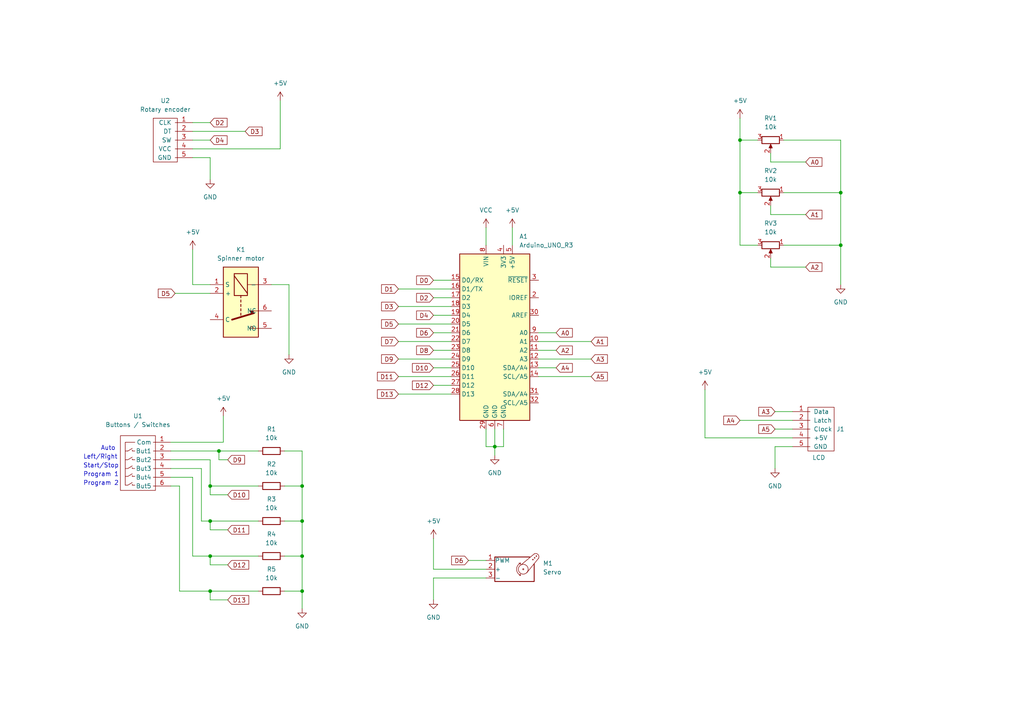
<source format=kicad_sch>
(kicad_sch (version 20211123) (generator eeschema)
  (paper "A4")
  (lib_symbols
    (symbol "Device:R" (pin_numbers hide) (pin_names (offset 0))
      (property "Reference" "R" (at 2.032 0 90))
      (property "Value" "R" (at 0 0 90))
      (symbol "R_0_1"
        (rectangle (start -1.016 -2.54) (end 1.016 2.54) (stroke (width 0.254)))
      )
      (symbol "R_1_1"
        (pin passive line (at 0 3.81 270) (length 1.27) (name "~") (number "1"))
        (pin passive line (at 0 -3.81 90) (length 1.27) (name "~") (number "2"))
      )
    )
    (symbol "Device:R_Potentiometer" (pin_names (offset 1.016) hide)
      (property "Reference" "RV" (at -4.445 0 90))
      (property "Value" "R_Potentiometer" (at -2.54 0 90))
      (symbol "R_Potentiometer_0_1"
        (polyline (pts (xy 2.54 0) (xy 1.524 0)))
        (polyline (pts (xy 1.143 0) (xy 2.286 0.508) (xy 2.286 -0.508) (xy 1.143 0)) (fill (type outline)))
        (rectangle (start 1.016 2.54) (end -1.016 -2.54) (stroke (width 0.254)))
      )
      (symbol "R_Potentiometer_1_1"
        (pin passive line (at 0 3.81 270) (length 1.27) (name "1") (number "1"))
        (pin passive line (at 3.81 0 180) (length 1.27) (name "2") (number "2"))
        (pin passive line (at 0 -3.81 90) (length 1.27) (name "3") (number "3"))
      )
    )
    (symbol "MCU_Module:Arduino_UNO_R3"
      (property "Reference" "A" (at -10.16 23.495 0))
      (property "Value" "Arduino_UNO_R3" (at 5.08 -26.67 0))
      (symbol "Arduino_UNO_R3_0_1"
        (rectangle (start -10.16 22.86) (end 10.16 -25.4) (stroke (width 0.254)) (fill (type background)))
      )
      (symbol "Arduino_UNO_R3_1_1"
        (pin no_connect line (at -10.16 -20.32 0) (length 2.54) hide (name "NC") (number "1"))
        (pin bidirectional line (at 12.7 -2.54 180) (length 2.54) (name "A1") (number "10"))
        (pin bidirectional line (at 12.7 -5.08 180) (length 2.54) (name "A2") (number "11"))
        (pin bidirectional line (at 12.7 -7.62 180) (length 2.54) (name "A3") (number "12"))
        (pin bidirectional line (at 12.7 -10.16 180) (length 2.54) (name "SDA/A4") (number "13"))
        (pin bidirectional line (at 12.7 -12.7 180) (length 2.54) (name "SCL/A5") (number "14"))
        (pin bidirectional line (at -12.7 15.24 0) (length 2.54) (name "D0/RX") (number "15"))
        (pin bidirectional line (at -12.7 12.7 0) (length 2.54) (name "D1/TX") (number "16"))
        (pin bidirectional line (at -12.7 10.16 0) (length 2.54) (name "D2") (number "17"))
        (pin bidirectional line (at -12.7 7.62 0) (length 2.54) (name "D3") (number "18"))
        (pin bidirectional line (at -12.7 5.08 0) (length 2.54) (name "D4") (number "19"))
        (pin output line (at 12.7 10.16 180) (length 2.54) (name "IOREF") (number "2"))
        (pin bidirectional line (at -12.7 2.54 0) (length 2.54) (name "D5") (number "20"))
        (pin bidirectional line (at -12.7 0 0) (length 2.54) (name "D6") (number "21"))
        (pin bidirectional line (at -12.7 -2.54 0) (length 2.54) (name "D7") (number "22"))
        (pin bidirectional line (at -12.7 -5.08 0) (length 2.54) (name "D8") (number "23"))
        (pin bidirectional line (at -12.7 -7.62 0) (length 2.54) (name "D9") (number "24"))
        (pin bidirectional line (at -12.7 -10.16 0) (length 2.54) (name "D10") (number "25"))
        (pin bidirectional line (at -12.7 -12.7 0) (length 2.54) (name "D11") (number "26"))
        (pin bidirectional line (at -12.7 -15.24 0) (length 2.54) (name "D12") (number "27"))
        (pin bidirectional line (at -12.7 -17.78 0) (length 2.54) (name "D13") (number "28"))
        (pin power_in line (at -2.54 -27.94 90) (length 2.54) (name "GND") (number "29"))
        (pin input line (at 12.7 15.24 180) (length 2.54) (name "~{RESET}") (number "3"))
        (pin input line (at 12.7 5.08 180) (length 2.54) (name "AREF") (number "30"))
        (pin bidirectional line (at 12.7 -17.78 180) (length 2.54) (name "SDA/A4") (number "31"))
        (pin bidirectional line (at 12.7 -20.32 180) (length 2.54) (name "SCL/A5") (number "32"))
        (pin power_out line (at 2.54 25.4 270) (length 2.54) (name "3V3") (number "4"))
        (pin power_out line (at 5.08 25.4 270) (length 2.54) (name "+5V") (number "5"))
        (pin power_in line (at 0 -27.94 90) (length 2.54) (name "GND") (number "6"))
        (pin power_in line (at 2.54 -27.94 90) (length 2.54) (name "GND") (number "7"))
        (pin power_in line (at -2.54 25.4 270) (length 2.54) (name "VIN") (number "8"))
        (pin bidirectional line (at 12.7 0 180) (length 2.54) (name "A0") (number "9"))
      )
    )
    (symbol "Motor:Motor_Servo" (pin_names (offset 0.0254))
      (property "Reference" "M" (at -5.08 4.445 0))
      (property "Value" "Motor_Servo" (at -5.08 -4.064 0))
      (symbol "Motor_Servo_0_1"
        (polyline (pts (xy 2.413 -1.778) (xy 2.032 -1.778)))
        (polyline (pts (xy 2.413 -1.778) (xy 2.286 -1.397)))
        (polyline (pts (xy 2.413 1.778) (xy 1.905 1.778)))
        (polyline (pts (xy 2.413 1.778) (xy 2.286 1.397)))
        (polyline (pts (xy 6.35 4.445) (xy 2.54 1.27)))
        (polyline (pts (xy 7.62 3.175) (xy 4.191 -1.016)))
        (polyline (pts (xy 5.08 3.556) (xy -5.08 3.556) (xy -5.08 -3.556) (xy 6.35 -3.556) (xy 6.35 1.524)) (stroke (width 0.254)))
        (arc (start 2.413 1.778) (mid 1.2406 0) (end 2.413 -1.778))
        (circle (center 3.175 0) (radius 0.1778))
        (circle (center 3.175 0) (radius 1.4224))
        (circle (center 5.969 2.794) (radius 0.127))
        (circle (center 6.477 3.302) (radius 0.127))
        (circle (center 6.985 3.81) (radius 0.127))
        (arc (start 7.62 3.175) (mid 7.4485 4.2735) (end 6.35 4.445))
      )
      (symbol "Motor_Servo_1_1"
        (pin passive line (at -7.62 2.54 0) (length 2.54) (name "PWM") (number "1"))
        (pin passive line (at -7.62 0 0) (length 2.54) (name "+") (number "2"))
        (pin passive line (at -7.62 -2.54 0) (length 2.54) (name "-") (number "3"))
      )
    )
    (symbol "My_Headers:5-pin_LCD" (pin_names (offset 1.016))
      (property "Reference" "J" (at 5.715 2.54 0))
      (property "Value" "5-pin_LCD" (at 7.62 -13.335 0))
      (symbol "5-pin_LCD_0_1"
        (polyline (pts (xy 4.445 1.27) (xy 12.065 1.27) (xy 12.065 -11.43) (xy 4.445 -11.43) (xy 4.445 1.27)))
      )
      (symbol "5-pin_LCD_1_1"
        (pin input line (at 0 0 0) (length 5.08) (name "Data") (number "1"))
        (pin input line (at 0 -2.54 0) (length 5.08) (name "Latch") (number "2"))
        (pin input line (at 0 -5.08 0) (length 5.08) (name "Clock") (number "3"))
        (pin power_in line (at 0 -7.62 0) (length 5.08) (name "+5V") (number "4"))
        (pin power_in line (at 0 -10.16 0) (length 5.08) (name "GND") (number "5"))
      )
    )
    (symbol "My_Headers:6-pin_5_buttons_+_common"
      (property "Reference" "U" (at 5.08 3.175 0))
      (property "Value" "6-pin_5_buttons_+_common" (at 7.62 -15.875 0))
      (symbol "6-pin_5_buttons_+_common_0_1"
        (polyline (pts (xy 11.176 -1.778) (xy 12.446 -2.54)) (stroke (width 0.1524)))
        (polyline (pts (xy 13.208 -12.446) (xy 13.208 -9.906)))
        (polyline (pts (xy 10.414 -12.446) (xy 11.176 -12.446) (xy 11.176 -12.192)) (stroke (width 0.1524)))
        (polyline (pts (xy 10.414 -9.906) (xy 11.176 -9.906) (xy 11.176 -9.652)) (stroke (width 0.1524)))
        (polyline (pts (xy 10.414 -7.62) (xy 11.176 -7.62) (xy 11.176 -7.366)) (stroke (width 0.1524)))
        (polyline (pts (xy 10.414 -5.08) (xy 11.176 -5.08) (xy 11.176 -4.826)) (stroke (width 0.1524)))
        (polyline (pts (xy 10.414 -2.54) (xy 11.176 -2.54) (xy 11.176 -2.286)) (stroke (width 0.1524)))
        (polyline (pts (xy 11.176 -6.858) (xy 12.446 -7.62) (xy 13.208 -7.62)) (stroke (width 0.1524)))
        (polyline (pts (xy 12.446 -2.54) (xy 13.208 -2.54) (xy 13.208 -9.906)) (stroke (width 0.1524)))
        (polyline (pts (xy 13.208 -12.446) (xy 12.446 -12.446) (xy 11.176 -11.684)) (stroke (width 0.1524)))
        (polyline (pts (xy 13.208 -9.906) (xy 12.446 -9.906) (xy 11.176 -9.144)) (stroke (width 0.1524)))
        (polyline (pts (xy 13.208 -5.08) (xy 12.446 -5.08) (xy 11.176 -4.318)) (stroke (width 0.1524)))
        (polyline (pts (xy 13.208 -2.54) (xy 13.208 0) (xy 10.414 0)) (stroke (width 0.1524)))
        (polyline (pts (xy 4.445 -13.97) (xy 4.445 1.905) (xy 14.605 1.905) (xy 14.605 -13.97) (xy 4.445 -13.97)))
      )
      (symbol "6-pin_5_buttons_+_common_1_1"
        (pin input line (at 0 0 0) (length 5.08) (name "Com") (number "1"))
        (pin output line (at 0 -2.54 0) (length 5.08) (name "But1") (number "2"))
        (pin output line (at 0 -5.08 0) (length 5.08) (name "But2") (number "3"))
        (pin output line (at 0 -7.62 0) (length 5.08) (name "But3") (number "4"))
        (pin output line (at 0 -10.16 0) (length 5.08) (name "But4") (number "5"))
        (pin output line (at 0 -12.7 0) (length 5.08) (name "But5") (number "6"))
      )
    )
    (symbol "My_Parts:KY-019_relay_module"
      (property "Reference" "K" (at 4.445 6.35 0))
      (property "Value" "KY-019_relay_module" (at -2.54 -17.145 0))
      (symbol "KY-019_relay_module_0_0"
        (polyline (pts (xy 13.97 -12.7) (xy 11.43 -12.7) (xy 12.065 -12.065) (xy 12.7 -12.7)))
      )
      (symbol "KY-019_relay_module_0_1"
        (polyline (pts (xy 6.35 -10.16) (xy 12.7 -8.255)) (stroke (width 0.508)))
        (polyline (pts (xy 6.985 2.54) (xy 10.795 -2.54)) (stroke (width 0.254)))
        (polyline (pts (xy 8.89 -8.255) (xy 8.89 -8.89)) (stroke (width 0.254)))
        (polyline (pts (xy 8.89 -6.985) (xy 8.89 -7.62)) (stroke (width 0.254)))
        (polyline (pts (xy 8.89 -5.715) (xy 8.89 -6.35)) (stroke (width 0.254)))
        (polyline (pts (xy 8.89 -4.445) (xy 8.89 -5.08)) (stroke (width 0.254)))
        (polyline (pts (xy 8.89 -3.175) (xy 8.89 -3.81)) (stroke (width 0.254)))
        (polyline (pts (xy 13.97 0) (xy 10.795 0)))
        (polyline (pts (xy 13.97 -7.62) (xy 11.43 -7.62) (xy 12.065 -8.255) (xy 12.7 -7.62)) (fill (type outline)))
        (rectangle (start 10.795 3.175) (end 6.985 -3.175) (stroke (width 0.254)))
        (rectangle (start 13.97 5.08) (end 3.81 -15.24) (stroke (width 0.254)) (fill (type background)))
      )
      (symbol "KY-019_relay_module_1_1"
        (pin input line (at 0 0 0) (length 3.81) (name "S") (number "1"))
        (pin power_in line (at 0 -2.54 0) (length 3.81) (name "+") (number "2"))
        (pin power_in line (at 17.78 0 180) (length 3.81) (name "-") (number "3"))
        (pin passive line (at 0 -10.16 0) (length 3.81) (name "C") (number "4"))
        (pin passive line (at 17.78 -12.7 180) (length 3.81) (name "NO") (number "5"))
        (pin passive line (at 17.78 -7.62 180) (length 3.81) (name "NC") (number "6"))
      )
    )
    (symbol "My_Parts:KY-040_Rotary_Encoder" (pin_names (offset 1.016))
      (property "Reference" "U" (at 0.635 2.54 0))
      (property "Value" "KY-040_Rotary_Encoder" (at 2.54 -13.335 0))
      (symbol "KY-040_Rotary_Encoder_0_1"
        (rectangle (start -0.635 -11.43) (end 6.35 1.27))
      )
      (symbol "KY-040_Rotary_Encoder_1_1"
        (pin output line (at -5.08 0 0) (length 5.08) (name "CLK") (number "1"))
        (pin output line (at -5.08 -2.54 0) (length 5.08) (name "DT") (number "2"))
        (pin output line (at -5.08 -5.08 0) (length 5.08) (name "SW") (number "3"))
        (pin power_in line (at -5.08 -7.62 0) (length 5.08) (name "VCC") (number "4"))
        (pin power_in line (at -5.08 -10.16 0) (length 5.08) (name "GND") (number "5"))
      )
    )
    (symbol "power:+5V" (power) (pin_names (offset 0))
      (property "Value" "+5V" (at 0 3.556 0))
      (symbol "+5V_0_1"
        (polyline (pts (xy -0.762 1.27) (xy 0 2.54)))
        (polyline (pts (xy 0 0) (xy 0 2.54)))
        (polyline (pts (xy 0 2.54) (xy 0.762 1.27)))
      )
      (symbol "+5V_1_1"
        (pin power_in line (at 0 0 90) (length 0) hide (name "+5V") (number "1"))
      )
    )
    (symbol "power:GND" (power) (pin_names (offset 0))
      (property "Value" "GND" (at 0 -3.81 0))
      (symbol "GND_0_1"
        (polyline (pts (xy 0 0) (xy 0 -1.27) (xy 1.27 -1.27) (xy 0 -2.54) (xy -1.27 -1.27) (xy 0 -1.27)))
      )
      (symbol "GND_1_1"
        (pin power_in line (at 0 0 270) (length 0) hide (name "GND") (number "1"))
      )
    )
    (symbol "power:VCC" (power) (pin_names (offset 0))
      (property "Value" "VCC" (at 0 3.81 0))
      (symbol "VCC_0_1"
        (polyline (pts (xy -0.762 1.27) (xy 0 2.54)))
        (polyline (pts (xy 0 0) (xy 0 2.54)))
        (polyline (pts (xy 0 2.54) (xy 0.762 1.27)))
      )
      (symbol "VCC_1_1"
        (pin power_in line (at 0 0 90) (length 0) hide (name "VCC") (number "1"))
      )
    )
  )
  (junction (at 87.63 171.45))
  (junction (at 87.63 140.97))
  (junction (at 214.63 40.64))
  (junction (at 214.63 55.88))
  (junction (at 60.96 171.45))
  (junction (at 60.96 140.97))
  (junction (at 60.96 161.29))
  (junction (at 87.63 151.13))
  (junction (at 243.84 71.12))
  (junction (at 63.5 130.81))
  (junction (at 243.84 55.88))
  (junction (at 60.96 151.13))
  (junction (at 87.63 161.29))
  (junction (at 143.51 129.54))
  (wire (pts (xy 125.73 101.6) (xy 130.81 101.6)))
  (wire (pts (xy 87.63 151.13) (xy 87.63 140.97)))
  (wire (pts (xy 60.96 171.45) (xy 74.93 171.45)))
  (wire (pts (xy 87.63 161.29) (xy 87.63 151.13)))
  (wire (pts (xy 243.84 55.88) (xy 243.84 40.64)))
  (wire (pts (xy 243.84 40.64) (xy 227.33 40.64)))
  (wire (pts (xy 58.42 135.89) (xy 58.42 151.13)))
  (wire (pts (xy 140.97 129.54) (xy 143.51 129.54)))
  (wire (pts (xy 156.21 101.6) (xy 161.29 101.6)))
  (wire (pts (xy 115.57 109.22) (xy 130.81 109.22)))
  (wire (pts (xy 64.77 128.27) (xy 64.77 120.65)))
  (wire (pts (xy 125.73 81.28) (xy 130.81 81.28)))
  (wire (pts (xy 219.71 71.12) (xy 214.63 71.12)))
  (wire (pts (xy 223.52 46.99) (xy 223.52 44.45)))
  (wire (pts (xy 140.97 167.64) (xy 125.73 167.64)))
  (wire (pts (xy 66.04 173.99) (xy 60.96 173.99)))
  (wire (pts (xy 115.57 114.3) (xy 130.81 114.3)))
  (wire (pts (xy 143.51 129.54) (xy 143.51 132.08)))
  (wire (pts (xy 125.73 165.1) (xy 125.73 156.21)))
  (wire (pts (xy 223.52 74.93) (xy 223.52 77.47)))
  (wire (pts (xy 115.57 83.82) (xy 130.81 83.82)))
  (wire (pts (xy 52.07 171.45) (xy 60.96 171.45)))
  (wire (pts (xy 60.96 143.51) (xy 66.04 143.51)))
  (wire (pts (xy 115.57 93.98) (xy 130.81 93.98)))
  (wire (pts (xy 55.88 43.18) (xy 81.28 43.18)))
  (wire (pts (xy 60.96 171.45) (xy 60.96 173.99)))
  (wire (pts (xy 60.96 151.13) (xy 60.96 153.67)))
  (wire (pts (xy 49.53 140.97) (xy 52.07 140.97)))
  (wire (pts (xy 140.97 124.46) (xy 140.97 129.54)))
  (wire (pts (xy 156.21 104.14) (xy 171.45 104.14)))
  (wire (pts (xy 87.63 171.45) (xy 87.63 161.29)))
  (wire (pts (xy 125.73 86.36) (xy 130.81 86.36)))
  (wire (pts (xy 219.71 55.88) (xy 214.63 55.88)))
  (wire (pts (xy 156.21 99.06) (xy 171.45 99.06)))
  (wire (pts (xy 60.96 163.83) (xy 66.04 163.83)))
  (wire (pts (xy 156.21 96.52) (xy 161.29 96.52)))
  (wire (pts (xy 148.59 66.04) (xy 148.59 71.12)))
  (wire (pts (xy 82.55 140.97) (xy 87.63 140.97)))
  (wire (pts (xy 135.89 162.56) (xy 140.97 162.56)))
  (wire (pts (xy 55.88 40.64) (xy 60.96 40.64)))
  (wire (pts (xy 49.53 128.27) (xy 64.77 128.27)))
  (wire (pts (xy 60.96 140.97) (xy 60.96 143.51)))
  (wire (pts (xy 223.52 59.69) (xy 223.52 62.23)))
  (wire (pts (xy 125.73 111.76) (xy 130.81 111.76)))
  (wire (pts (xy 82.55 161.29) (xy 87.63 161.29)))
  (wire (pts (xy 227.33 55.88) (xy 243.84 55.88)))
  (wire (pts (xy 223.52 77.47) (xy 233.68 77.47)))
  (wire (pts (xy 143.51 129.54) (xy 146.05 129.54)))
  (wire (pts (xy 156.21 109.22) (xy 171.45 109.22)))
  (wire (pts (xy 125.73 167.64) (xy 125.73 173.99)))
  (wire (pts (xy 140.97 165.1) (xy 125.73 165.1)))
  (wire (pts (xy 87.63 176.53) (xy 87.63 171.45)))
  (wire (pts (xy 63.5 130.81) (xy 63.5 133.35)))
  (wire (pts (xy 60.96 133.35) (xy 60.96 140.97)))
  (wire (pts (xy 55.88 82.55) (xy 55.88 72.39)))
  (wire (pts (xy 224.79 119.38) (xy 229.87 119.38)))
  (wire (pts (xy 227.33 71.12) (xy 243.84 71.12)))
  (wire (pts (xy 50.8 85.09) (xy 60.96 85.09)))
  (wire (pts (xy 115.57 99.06) (xy 130.81 99.06)))
  (wire (pts (xy 243.84 71.12) (xy 243.84 55.88)))
  (wire (pts (xy 60.96 82.55) (xy 55.88 82.55)))
  (wire (pts (xy 55.88 35.56) (xy 60.96 35.56)))
  (wire (pts (xy 83.82 82.55) (xy 83.82 102.87)))
  (wire (pts (xy 58.42 151.13) (xy 60.96 151.13)))
  (wire (pts (xy 52.07 140.97) (xy 52.07 171.45)))
  (wire (pts (xy 156.21 106.68) (xy 161.29 106.68)))
  (wire (pts (xy 224.79 129.54) (xy 224.79 135.89)))
  (wire (pts (xy 233.68 46.99) (xy 223.52 46.99)))
  (wire (pts (xy 55.88 38.1) (xy 71.12 38.1)))
  (wire (pts (xy 81.28 43.18) (xy 81.28 29.21)))
  (wire (pts (xy 55.88 138.43) (xy 49.53 138.43)))
  (wire (pts (xy 60.96 161.29) (xy 60.96 163.83)))
  (wire (pts (xy 204.47 127) (xy 229.87 127)))
  (wire (pts (xy 140.97 66.04) (xy 140.97 71.12)))
  (wire (pts (xy 143.51 124.46) (xy 143.51 129.54)))
  (wire (pts (xy 214.63 71.12) (xy 214.63 55.88)))
  (wire (pts (xy 125.73 106.68) (xy 130.81 106.68)))
  (wire (pts (xy 60.96 161.29) (xy 55.88 161.29)))
  (wire (pts (xy 74.93 161.29) (xy 60.96 161.29)))
  (wire (pts (xy 223.52 62.23) (xy 233.68 62.23)))
  (wire (pts (xy 49.53 130.81) (xy 63.5 130.81)))
  (wire (pts (xy 82.55 151.13) (xy 87.63 151.13)))
  (wire (pts (xy 66.04 133.35) (xy 63.5 133.35)))
  (wire (pts (xy 74.93 151.13) (xy 60.96 151.13)))
  (wire (pts (xy 204.47 113.03) (xy 204.47 127)))
  (wire (pts (xy 125.73 91.44) (xy 130.81 91.44)))
  (wire (pts (xy 74.93 140.97) (xy 60.96 140.97)))
  (wire (pts (xy 229.87 129.54) (xy 224.79 129.54)))
  (wire (pts (xy 224.79 124.46) (xy 229.87 124.46)))
  (wire (pts (xy 115.57 104.14) (xy 130.81 104.14)))
  (wire (pts (xy 55.88 161.29) (xy 55.88 138.43)))
  (wire (pts (xy 214.63 40.64) (xy 214.63 55.88)))
  (wire (pts (xy 49.53 135.89) (xy 58.42 135.89)))
  (wire (pts (xy 214.63 121.92) (xy 229.87 121.92)))
  (wire (pts (xy 60.96 45.72) (xy 55.88 45.72)))
  (wire (pts (xy 87.63 140.97) (xy 87.63 130.81)))
  (wire (pts (xy 243.84 82.55) (xy 243.84 71.12)))
  (wire (pts (xy 82.55 171.45) (xy 87.63 171.45)))
  (wire (pts (xy 78.74 82.55) (xy 83.82 82.55)))
  (wire (pts (xy 214.63 34.29) (xy 214.63 40.64)))
  (wire (pts (xy 87.63 130.81) (xy 82.55 130.81)))
  (wire (pts (xy 125.73 96.52) (xy 130.81 96.52)))
  (wire (pts (xy 115.57 88.9) (xy 130.81 88.9)))
  (wire (pts (xy 63.5 130.81) (xy 74.93 130.81)))
  (wire (pts (xy 60.96 52.07) (xy 60.96 45.72)))
  (wire (pts (xy 49.53 133.35) (xy 60.96 133.35)))
  (wire (pts (xy 146.05 129.54) (xy 146.05 124.46)))
  (wire (pts (xy 66.04 153.67) (xy 60.96 153.67)))
  (wire (pts (xy 214.63 40.64) (xy 219.71 40.64)))
  (text "Auto" (at 29.21 130.81 0) (effects (font (size 1.27 1.27)) (justify left bottom)))
  (text "Start/Stop" (at 24.13 135.89 0) (effects (font (size 1.27 1.27)) (justify left bottom)))
  (text "Program 2" (at 24.13 140.97 0) (effects (font (size 1.27 1.27)) (justify left bottom)))
  (text "Left/Right" (at 24.13 133.35 0) (effects (font (size 1.27 1.27)) (justify left bottom)))
  (text "Program 1" (at 24.13 138.43 0) (effects (font (size 1.27 1.27)) (justify left bottom)))
  (global_label "A0" (shape input) (at 233.68 46.99 0) (property "Intersheet References" "${INTERSHEET_REFS}" (effects hide)))
  (global_label "A2" (shape input) (at 233.68 77.47 0) (property "Intersheet References" "${INTERSHEET_REFS}" (effects hide)))
  (global_label "D2" (shape input) (at 125.73 86.36 180) (property "Intersheet References" "${INTERSHEET_REFS}" (effects hide)))
  (global_label "D13" (shape input) (at 66.04 173.99 0) (property "Intersheet References" "${INTERSHEET_REFS}" (effects hide)))
  (global_label "D5" (shape input) (at 50.8 85.09 180) (property "Intersheet References" "${INTERSHEET_REFS}" (effects hide)))
  (global_label "D1" (shape input) (at 115.57 83.82 180) (property "Intersheet References" "${INTERSHEET_REFS}" (effects hide)))
  (global_label "A4" (shape input) (at 161.29 106.68 0) (property "Intersheet References" "${INTERSHEET_REFS}" (effects hide)))
  (global_label "D6" (shape input) (at 135.89 162.56 180) (property "Intersheet References" "${INTERSHEET_REFS}" (effects hide)))
  (global_label "D10" (shape input) (at 125.73 106.68 180) (property "Intersheet References" "${INTERSHEET_REFS}" (effects hide)))
  (global_label "D10" (shape input) (at 66.04 143.51 0) (property "Intersheet References" "${INTERSHEET_REFS}" (effects hide)))
  (global_label "D3" (shape input) (at 115.57 88.9 180) (property "Intersheet References" "${INTERSHEET_REFS}" (effects hide)))
  (global_label "A4" (shape input) (at 214.63 121.92 180) (property "Intersheet References" "${INTERSHEET_REFS}" (effects hide)))
  (global_label "D9" (shape input) (at 115.57 104.14 180) (property "Intersheet References" "${INTERSHEET_REFS}" (effects hide)))
  (global_label "D4" (shape input) (at 125.73 91.44 180) (property "Intersheet References" "${INTERSHEET_REFS}" (effects hide)))
  (global_label "D6" (shape input) (at 125.73 96.52 180) (property "Intersheet References" "${INTERSHEET_REFS}" (effects hide)))
  (global_label "D13" (shape input) (at 115.57 114.3 180) (property "Intersheet References" "${INTERSHEET_REFS}" (effects hide)))
  (global_label "A3" (shape input) (at 171.45 104.14 0) (property "Intersheet References" "${INTERSHEET_REFS}" (effects hide)))
  (global_label "A5" (shape input) (at 171.45 109.22 0) (property "Intersheet References" "${INTERSHEET_REFS}" (effects hide)))
  (global_label "D9" (shape input) (at 66.04 133.35 0) (property "Intersheet References" "${INTERSHEET_REFS}" (effects hide)))
  (global_label "A2" (shape input) (at 161.29 101.6 0) (property "Intersheet References" "${INTERSHEET_REFS}" (effects hide)))
  (global_label "D5" (shape input) (at 115.57 93.98 180) (property "Intersheet References" "${INTERSHEET_REFS}" (effects hide)))
  (global_label "D12" (shape input) (at 66.04 163.83 0) (property "Intersheet References" "${INTERSHEET_REFS}" (effects hide)))
  (global_label "A3" (shape input) (at 224.79 119.38 180) (property "Intersheet References" "${INTERSHEET_REFS}" (effects hide)))
  (global_label "D8" (shape input) (at 125.73 101.6 180) (property "Intersheet References" "${INTERSHEET_REFS}" (effects hide)))
  (global_label "D2" (shape input) (at 60.96 35.56 0) (property "Intersheet References" "${INTERSHEET_REFS}" (effects hide)))
  (global_label "D11" (shape input) (at 115.57 109.22 180) (property "Intersheet References" "${INTERSHEET_REFS}" (effects hide)))
  (global_label "A1" (shape input) (at 233.68 62.23 0) (property "Intersheet References" "${INTERSHEET_REFS}" (effects hide)))
  (global_label "D12" (shape input) (at 125.73 111.76 180) (property "Intersheet References" "${INTERSHEET_REFS}" (effects hide)))
  (global_label "D7" (shape input) (at 115.57 99.06 180) (property "Intersheet References" "${INTERSHEET_REFS}" (effects hide)))
  (global_label "D4" (shape input) (at 60.96 40.64 0) (property "Intersheet References" "${INTERSHEET_REFS}" (effects hide)))
  (global_label "D3" (shape input) (at 71.12 38.1 0) (property "Intersheet References" "${INTERSHEET_REFS}" (effects hide)))
  (global_label "A1" (shape input) (at 171.45 99.06 0) (property "Intersheet References" "${INTERSHEET_REFS}" (effects hide)))
  (global_label "D11" (shape input) (at 66.04 153.67 0) (property "Intersheet References" "${INTERSHEET_REFS}" (effects hide)))
  (global_label "D0" (shape input) (at 125.73 81.28 180) (property "Intersheet References" "${INTERSHEET_REFS}" (effects hide)))
  (global_label "A0" (shape input) (at 161.29 96.52 0) (property "Intersheet References" "${INTERSHEET_REFS}" (effects hide)))
  (global_label "A5" (shape input) (at 224.79 124.46 180) (property "Intersheet References" "${INTERSHEET_REFS}" (effects hide)))
  (symbol (lib_id "power:GND") (at 143.51 132.08 0) (unit 1)
    (property "Reference" "#PWR0101" (effects hide))
    (property "Value" "GND" (at 143.51 137.16 0))
  )
  (symbol (lib_id "My_Parts:KY-019_relay_module") (at 60.96 82.55 0) (unit 1)
    (property "Reference" "K1" (at 69.85 72.39 0))
    (property "Value" "Spinner motor" (at 69.85 74.93 0))
    (property "Footprint" "My_Headers:3-pin JST KY-019 relay" (effects hide))
  )
  (symbol (lib_id "My_Headers:6-pin_5_buttons_+_common") (at 49.53 128.27 0) (mirror y) (unit 1)
    (property "Reference" "U1" (at 40.005 120.65 0))
    (property "Value" "Buttons / Switches" (at 40.005 123.19 0))
    (property "Footprint" "My_Headers:6-pin JST 5-buttons" (effects hide))
  )
  (symbol (lib_id "power:+5V") (at 214.63 34.29 0) (unit 1)
    (property "Reference" "#PWR0112" (effects hide))
    (property "Value" "+5V" (at 214.63 29.21 0))
  )
  (symbol (lib_id "Device:R") (at 78.74 130.81 90) (unit 1)
    (property "Reference" "R1" (at 78.74 124.46 90))
    (property "Value" "10k" (at 78.74 127 90))
    (property "Footprint" "My_Misc:R_Axial_DIN0207_L6.3mm_D2.5mm_P10.16mm_Horizontal_larger_pads" (effects hide))
  )
  (symbol (lib_id "Device:R") (at 78.74 151.13 90) (unit 1)
    (property "Reference" "R3" (at 78.74 144.78 90))
    (property "Value" "10k" (at 78.74 147.32 90))
    (property "Footprint" "My_Misc:R_Axial_DIN0207_L6.3mm_D2.5mm_P10.16mm_Horizontal_larger_pads" (effects hide))
  )
  (symbol (lib_id "Device:R") (at 78.74 171.45 90) (unit 1)
    (property "Reference" "R5" (at 78.74 165.1 90))
    (property "Value" "10k" (at 78.74 167.64 90))
    (property "Footprint" "My_Misc:R_Axial_DIN0207_L6.3mm_D2.5mm_P10.16mm_Horizontal_larger_pads" (effects hide))
  )
  (symbol (lib_id "power:+5V") (at 55.88 72.39 0) (unit 1)
    (property "Reference" "#PWR0102" (effects hide))
    (property "Value" "+5V" (at 55.88 67.31 0))
  )
  (symbol (lib_id "power:VCC") (at 140.97 66.04 0) (unit 1)
    (property "Reference" "#PWR0110" (effects hide))
    (property "Value" "VCC" (at 140.97 60.96 0))
  )
  (symbol (lib_id "power:GND") (at 60.96 52.07 0) (unit 1)
    (property "Reference" "#PWR0103" (effects hide))
    (property "Value" "GND" (at 60.96 57.15 0))
  )
  (symbol (lib_id "My_Headers:5-pin_LCD") (at 229.87 119.38 0) (unit 1)
    (property "Reference" "J1" (at 242.57 124.4599 0) (effects (justify left)))
    (property "Value" "LCD" (at 237.49 132.715 0))
    (property "Footprint" "My_Headers:5-pin JST LCD" (effects hide))
  )
  (symbol (lib_id "MCU_Module:Arduino_UNO_R3") (at 143.51 96.52 0) (unit 1)
    (property "Reference" "A1" (at 150.6094 68.58 0) (effects (justify left)))
    (property "Value" "Arduino_UNO_R3" (at 150.6094 71.12 0) (effects (justify left)))
    (property "Footprint" "My_Arduino:Arduino_UNO_R3_shield_large" (effects hide))
    (property "Datasheet" "https://www.arduino.cc/en/Main/arduinoBoardUno" (effects hide))
  )
  (symbol (lib_id "power:+5V") (at 81.28 29.21 0) (unit 1)
    (property "Reference" "#PWR0104" (effects hide))
    (property "Value" "+5V" (at 81.28 24.13 0))
  )
  (symbol (lib_id "Device:R") (at 78.74 161.29 90) (unit 1)
    (property "Reference" "R4" (at 78.74 154.94 90))
    (property "Value" "10k" (at 78.74 157.48 90))
    (property "Footprint" "My_Misc:R_Axial_DIN0207_L6.3mm_D2.5mm_P10.16mm_Horizontal_larger_pads" (effects hide))
  )
  (symbol (lib_id "Motor:Motor_Servo") (at 148.59 165.1 0) (unit 1)
    (property "Reference" "M1" (at 157.48 163.3965 0) (effects (justify left)))
    (property "Value" "Servo" (at 157.48 165.9365 0) (effects (justify left)))
    (property "Footprint" "My_Headers:3-pin JST Servo" (effects hide))
    (property "Datasheet" "http://forums.parallax.com/uploads/attachments/46831/74481.png" (effects hide))
  )
  (symbol (lib_id "power:GND") (at 243.84 82.55 0) (unit 1)
    (property "Reference" "#PWR0113" (effects hide))
    (property "Value" "GND" (at 243.84 87.63 0))
  )
  (symbol (lib_id "Device:R_Potentiometer") (at 223.52 55.88 270) (unit 1)
    (property "Reference" "RV2" (at 223.52 49.53 90))
    (property "Value" "10k" (at 223.52 52.07 90))
    (property "Footprint" "My_Headers:3-pin JST Potentiometer" (effects hide))
  )
  (symbol (lib_id "Device:R_Potentiometer") (at 223.52 71.12 270) (unit 1)
    (property "Reference" "RV3" (at 223.52 64.77 90))
    (property "Value" "10k" (at 223.52 67.31 90))
    (property "Footprint" "My_Headers:3-pin JST Potentiometer" (effects hide))
  )
  (symbol (lib_id "power:+5V") (at 125.73 156.21 0) (unit 1)
    (property "Reference" "#PWR0107" (effects hide))
    (property "Value" "+5V" (at 125.73 151.13 0))
  )
  (symbol (lib_id "power:+5V") (at 148.59 66.04 0) (unit 1)
    (property "Reference" "#PWR0111" (effects hide))
    (property "Value" "+5V" (at 148.59 60.96 0))
  )
  (symbol (lib_id "power:GND") (at 87.63 176.53 0) (unit 1)
    (property "Reference" "#PWR0109" (effects hide))
    (property "Value" "GND" (at 87.63 181.61 0))
  )
  (symbol (lib_id "power:GND") (at 125.73 173.99 0) (unit 1)
    (property "Reference" "#PWR0108" (effects hide))
    (property "Value" "GND" (at 125.73 179.07 0))
  )
  (symbol (lib_id "Device:R") (at 78.74 140.97 90) (unit 1)
    (property "Reference" "R2" (at 78.74 134.62 90))
    (property "Value" "10k" (at 78.74 137.16 90))
    (property "Footprint" "My_Misc:R_Axial_DIN0207_L6.3mm_D2.5mm_P10.16mm_Horizontal_larger_pads" (effects hide))
  )
  (symbol (lib_id "power:GND") (at 83.82 102.87 0) (unit 1)
    (property "Reference" "#PWR0105" (effects hide))
    (property "Value" "GND" (at 83.82 107.95 0))
  )
  (symbol (lib_id "power:GND") (at 224.79 135.89 0) (unit 1)
    (property "Reference" "#PWR0114" (effects hide))
    (property "Value" "GND" (at 224.79 140.97 0))
  )
  (symbol (lib_id "Device:R_Potentiometer") (at 223.52 40.64 270) (unit 1)
    (property "Reference" "RV1" (at 223.52 34.29 90))
    (property "Value" "10k" (at 223.52 36.83 90))
    (property "Footprint" "My_Headers:3-pin JST Potentiometer" (effects hide))
  )
  (symbol (lib_id "power:+5V") (at 204.47 113.03 0) (unit 1)
    (property "Reference" "#PWR0115" (effects hide))
    (property "Value" "+5V" (at 204.47 107.95 0))
  )
  (symbol (lib_id "power:+5V") (at 64.77 120.65 0) (unit 1)
    (property "Reference" "#PWR0106" (effects hide))
    (property "Value" "+5V" (at 64.77 115.57 0))
  )
  (symbol (lib_id "My_Parts:KY-040_Rotary_Encoder") (at 50.8 35.56 0) (mirror y) (unit 1)
    (property "Reference" "U2" (at 47.9425 29.21 0))
    (property "Value" "Rotary encoder" (at 47.9425 31.75 0))
    (property "Footprint" "My_Headers:5-pin JST Rotary Encoder" (effects hide))
  )
)
</source>
